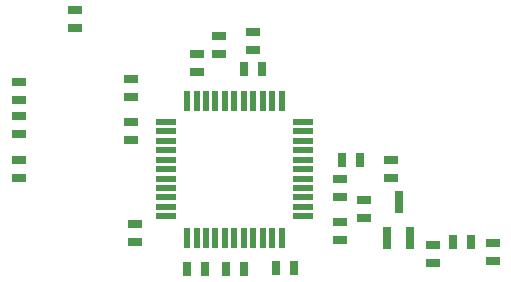
<source format=gbr>
G04 #@! TF.FileFunction,Paste,Top*
%FSLAX46Y46*%
G04 Gerber Fmt 4.6, Leading zero omitted, Abs format (unit mm)*
G04 Created by KiCad (PCBNEW 4.0.7+dfsg1-1) date Sun Dec 24 02:00:45 2017*
%MOMM*%
%LPD*%
G01*
G04 APERTURE LIST*
%ADD10C,0.100000*%
%ADD11R,1.143000X0.635000*%
%ADD12R,0.635000X1.143000*%
%ADD13R,0.800000X1.900000*%
%ADD14R,0.550000X1.700000*%
%ADD15R,1.700000X0.550000*%
G04 APERTURE END LIST*
D10*
D11*
X18990000Y-15422000D03*
X18990000Y-13898000D03*
D12*
X36008000Y-35780000D03*
X37532000Y-35780000D03*
D11*
X24120000Y-32008000D03*
X24120000Y-33532000D03*
X41460000Y-28228000D03*
X41460000Y-29752000D03*
X14280000Y-24432000D03*
X14280000Y-22908000D03*
X14270000Y-19978000D03*
X14270000Y-21502000D03*
D12*
X33338000Y-18900000D03*
X34862000Y-18900000D03*
D11*
X54380000Y-33628000D03*
X54380000Y-35152000D03*
D13*
X45470000Y-33180000D03*
X47370000Y-33180000D03*
X46420000Y-30180000D03*
D12*
X28508000Y-35790000D03*
X30032000Y-35790000D03*
X33312000Y-35790000D03*
X31788000Y-35790000D03*
D11*
X34050000Y-17292000D03*
X34050000Y-15768000D03*
X29330000Y-19152000D03*
X29330000Y-17628000D03*
X31200000Y-17622000D03*
X31200000Y-16098000D03*
X14290000Y-28112000D03*
X14290000Y-26588000D03*
X23760000Y-24942000D03*
X23760000Y-23418000D03*
X23760000Y-21292000D03*
X23760000Y-19768000D03*
X43460000Y-30018000D03*
X43460000Y-31542000D03*
X41450000Y-31878000D03*
X41450000Y-33402000D03*
X49350000Y-33788000D03*
X49350000Y-35312000D03*
D12*
X52552000Y-33550000D03*
X51028000Y-33550000D03*
X43122000Y-26570000D03*
X41598000Y-26570000D03*
D11*
X45790000Y-26568000D03*
X45790000Y-28092000D03*
D14*
X28510000Y-33170000D03*
X29310000Y-33170000D03*
X30110000Y-33170000D03*
X30910000Y-33170000D03*
X31710000Y-33170000D03*
X32510000Y-33170000D03*
X33310000Y-33170000D03*
X34110000Y-33170000D03*
X34910000Y-33170000D03*
X35710000Y-33170000D03*
X36510000Y-33170000D03*
D15*
X38310000Y-31370000D03*
X38310000Y-30570000D03*
X38310000Y-29770000D03*
X38310000Y-28970000D03*
X38310000Y-28170000D03*
X38310000Y-27370000D03*
X38310000Y-26570000D03*
X38310000Y-25770000D03*
X38310000Y-24970000D03*
X38310000Y-24170000D03*
X38310000Y-23370000D03*
D14*
X36510000Y-21570000D03*
X35710000Y-21570000D03*
X34910000Y-21570000D03*
X34110000Y-21570000D03*
X33310000Y-21570000D03*
X32510000Y-21570000D03*
X31710000Y-21570000D03*
X30910000Y-21570000D03*
X30110000Y-21570000D03*
X29310000Y-21570000D03*
X28510000Y-21570000D03*
D15*
X26710000Y-23370000D03*
X26710000Y-24170000D03*
X26710000Y-24970000D03*
X26710000Y-25770000D03*
X26710000Y-26570000D03*
X26710000Y-27370000D03*
X26710000Y-28170000D03*
X26710000Y-28970000D03*
X26710000Y-29770000D03*
X26710000Y-30570000D03*
X26710000Y-31370000D03*
M02*

</source>
